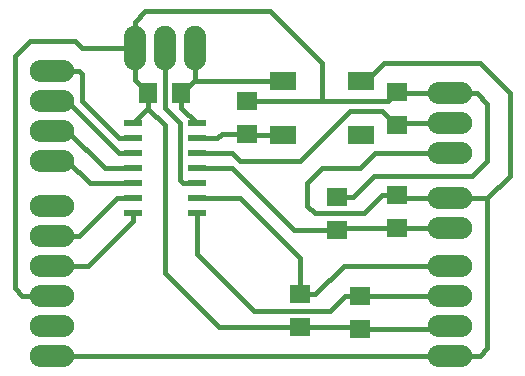
<source format=gbr>
G04 #@! TF.GenerationSoftware,KiCad,Pcbnew,(5.1.5-0-10_14)*
G04 #@! TF.CreationDate,2020-06-16T06:13:13+09:00*
G04 #@! TF.ProjectId,sensor&button,73656e73-6f72-4266-9275-74746f6e2e6b,rev?*
G04 #@! TF.SameCoordinates,Original*
G04 #@! TF.FileFunction,Copper,L1,Top*
G04 #@! TF.FilePolarity,Positive*
%FSLAX46Y46*%
G04 Gerber Fmt 4.6, Leading zero omitted, Abs format (unit mm)*
G04 Created by KiCad (PCBNEW (5.1.5-0-10_14)) date 2020-06-16 06:13:13*
%MOMM*%
%LPD*%
G04 APERTURE LIST*
%ADD10R,2.286000X1.524000*%
%ADD11R,1.798320X1.597660*%
%ADD12O,3.759200X1.879600*%
%ADD13R,1.597660X1.798320*%
%ADD14O,1.879600X3.759200*%
%ADD15R,1.500000X0.550000*%
%ADD16C,0.400000*%
G04 APERTURE END LIST*
D10*
X62738000Y-117729000D03*
X69342000Y-117729000D03*
X62738000Y-122301000D03*
X69342000Y-122301000D03*
D11*
X72390000Y-118615460D03*
X72390000Y-121414540D03*
D12*
X76835000Y-118745000D03*
X76835000Y-121285000D03*
X76835000Y-123825000D03*
D11*
X67310000Y-130304540D03*
X67310000Y-127505460D03*
X64135000Y-135760460D03*
X64135000Y-138559540D03*
D13*
X51305460Y-118745000D03*
X54104540Y-118745000D03*
D11*
X72390000Y-130175000D03*
X72390000Y-127375920D03*
D12*
X76835000Y-140970000D03*
X76835000Y-138430000D03*
X76835000Y-135890000D03*
X76835000Y-133350000D03*
X43180000Y-128270000D03*
X43180000Y-130810000D03*
X43180000Y-133350000D03*
X43180000Y-135890000D03*
X43180000Y-138430000D03*
X43180000Y-140970000D03*
X43180000Y-124460000D03*
X43180000Y-121920000D03*
X43180000Y-119380000D03*
X43180000Y-116840000D03*
D14*
X55245000Y-114935000D03*
X52705000Y-114935000D03*
X50165000Y-114935000D03*
D11*
X69215000Y-138689080D03*
X69215000Y-135890000D03*
X59690000Y-122179080D03*
X59690000Y-119380000D03*
D15*
X50005000Y-121285000D03*
X50005000Y-122555000D03*
X50005000Y-123825000D03*
X50005000Y-125095000D03*
X50005000Y-126365000D03*
X50005000Y-127635000D03*
X50005000Y-128905000D03*
X55405000Y-128905000D03*
X55405000Y-127635000D03*
X55405000Y-126365000D03*
X55405000Y-125095000D03*
X55405000Y-123825000D03*
X55405000Y-122555000D03*
X55405000Y-121285000D03*
D12*
X76835000Y-130175000D03*
X76835000Y-127635000D03*
D16*
X50165000Y-117604540D02*
X51305460Y-118745000D01*
X50165000Y-114935000D02*
X50165000Y-117604540D01*
X51305460Y-119984540D02*
X50005000Y-121285000D01*
X51305460Y-118745000D02*
X51305460Y-119984540D01*
X69085460Y-138559540D02*
X69215000Y-138689080D01*
X64135000Y-138559540D02*
X69085460Y-138559540D01*
X76575920Y-138689080D02*
X76835000Y-138430000D01*
X69215000Y-138689080D02*
X76575920Y-138689080D01*
X71625460Y-119380000D02*
X72390000Y-118615460D01*
X76835000Y-118745000D02*
X72519540Y-118745000D01*
X67310000Y-127505460D02*
X68609160Y-127505460D01*
X68609160Y-127505460D02*
X70384620Y-125730000D01*
X70384620Y-125730000D02*
X78740000Y-125730000D01*
X78740000Y-125730000D02*
X80010000Y-124460000D01*
X80010000Y-124460000D02*
X80010000Y-119640400D01*
X80010000Y-119640400D02*
X79114600Y-118745000D01*
X79114600Y-118745000D02*
X76835000Y-118745000D01*
X50165000Y-114935000D02*
X45720000Y-114935000D01*
X45720000Y-114935000D02*
X45085000Y-114300000D01*
X45085000Y-114300000D02*
X41275000Y-114300000D01*
X41275000Y-114300000D02*
X40005000Y-115570000D01*
X40005000Y-115570000D02*
X40005000Y-135255000D01*
X40640000Y-135890000D02*
X43180000Y-135890000D01*
X40005000Y-135255000D02*
X40640000Y-135890000D01*
X51305460Y-120044160D02*
X52705000Y-121443700D01*
X51305460Y-118745000D02*
X51305460Y-120044160D01*
X59819540Y-138559540D02*
X64135000Y-138559540D01*
X57279540Y-138559540D02*
X59819540Y-138559540D01*
X60989160Y-119380000D02*
X59690000Y-119380000D01*
X63500000Y-119380000D02*
X60989160Y-119380000D01*
X64072002Y-119380000D02*
X63500000Y-119380000D01*
X71625460Y-119380000D02*
X66040000Y-119380000D01*
X66040000Y-119380000D02*
X63500000Y-119380000D01*
X51060400Y-111760000D02*
X50165000Y-112655400D01*
X66040000Y-116205000D02*
X61595000Y-111760000D01*
X50165000Y-112655400D02*
X50165000Y-114935000D01*
X61595000Y-111760000D02*
X51060400Y-111760000D01*
X66040000Y-119380000D02*
X66040000Y-116205000D01*
X52705000Y-133985000D02*
X57279540Y-138559540D01*
X52705000Y-121443700D02*
X52705000Y-133985000D01*
X55245000Y-117604540D02*
X54104540Y-118745000D01*
X55245000Y-114935000D02*
X55245000Y-117604540D01*
X54104540Y-119984540D02*
X55405000Y-121285000D01*
X54104540Y-118745000D02*
X54104540Y-119984540D01*
X72649080Y-127635000D02*
X72390000Y-127375920D01*
X76835000Y-127635000D02*
X72649080Y-127635000D01*
X55626000Y-114554000D02*
X55245000Y-114935000D01*
X47999600Y-140970000D02*
X76835000Y-140970000D01*
X43180000Y-140970000D02*
X45459600Y-140970000D01*
X47999600Y-140970000D02*
X43180000Y-140970000D01*
X55369460Y-117729000D02*
X62738000Y-117729000D01*
X55245000Y-117604540D02*
X55369460Y-117729000D01*
X76835000Y-127635000D02*
X78740000Y-127635000D01*
X78740000Y-127635000D02*
X79114600Y-127635000D01*
X80010000Y-127635000D02*
X78740000Y-127635000D01*
X69342000Y-117729000D02*
X69723000Y-117729000D01*
X81915000Y-118745000D02*
X81915000Y-125730000D01*
X69723000Y-117729000D02*
X71247000Y-116205000D01*
X79375000Y-116205000D02*
X81915000Y-118745000D01*
X81915000Y-125730000D02*
X80010000Y-127635000D01*
X71247000Y-116205000D02*
X79375000Y-116205000D01*
X80010000Y-140335000D02*
X79375000Y-140970000D01*
X79375000Y-140970000D02*
X76835000Y-140970000D01*
X80010000Y-127635000D02*
X80010000Y-140335000D01*
X66040000Y-125095000D02*
X69215000Y-125095000D01*
X64770000Y-128270000D02*
X64770000Y-126365000D01*
X65405000Y-128905000D02*
X64770000Y-128270000D01*
X69562469Y-128904291D02*
X65405709Y-128904291D01*
X69215000Y-125095000D02*
X70485000Y-123825000D01*
X64770000Y-126365000D02*
X66040000Y-125095000D01*
X65405709Y-128904291D02*
X65405000Y-128905000D01*
X71158236Y-123825000D02*
X76835000Y-123825000D01*
X70485000Y-123825000D02*
X71158236Y-123825000D01*
X71090840Y-127375920D02*
X69562469Y-128904291D01*
X72390000Y-127375920D02*
X71090840Y-127375920D01*
X76835000Y-130175000D02*
X72390000Y-130175000D01*
X67439540Y-130175000D02*
X67310000Y-130304540D01*
X67310000Y-130304540D02*
X66010840Y-130304540D01*
X72390000Y-130175000D02*
X67439540Y-130175000D01*
X55405000Y-125095000D02*
X58420000Y-125095000D01*
X63629540Y-130304540D02*
X67310000Y-130304540D01*
X58420000Y-125095000D02*
X63629540Y-130304540D01*
X66675000Y-137160000D02*
X67945000Y-135890000D01*
X67945000Y-135890000D02*
X69215000Y-135890000D01*
X69215000Y-135890000D02*
X76835000Y-135890000D01*
X60216548Y-137160000D02*
X63500000Y-137160000D01*
X63500000Y-137160000D02*
X62756548Y-137160000D01*
X66675000Y-137160000D02*
X63500000Y-137160000D01*
X55405000Y-132348452D02*
X60216548Y-137160000D01*
X55405000Y-128905000D02*
X55405000Y-132348452D01*
X74555400Y-133350000D02*
X76835000Y-133350000D01*
X67844620Y-133350000D02*
X74555400Y-133350000D01*
X65434160Y-135760460D02*
X67844620Y-133350000D01*
X64135000Y-135760460D02*
X65434160Y-135760460D01*
X64135000Y-132675000D02*
X64135000Y-135760460D01*
X59095000Y-127635000D02*
X64135000Y-132675000D01*
X55405000Y-127635000D02*
X56555000Y-127635000D01*
X59095000Y-127635000D02*
X55405000Y-127635000D01*
X48855000Y-127635000D02*
X50005000Y-127635000D01*
X48634600Y-127635000D02*
X48855000Y-127635000D01*
X45459600Y-130810000D02*
X48634600Y-127635000D01*
X43180000Y-130810000D02*
X45459600Y-130810000D01*
X50005000Y-129580000D02*
X50005000Y-128905000D01*
X46235000Y-133350000D02*
X50005000Y-129580000D01*
X43180000Y-133350000D02*
X46235000Y-133350000D01*
X43180000Y-124460000D02*
X44450000Y-124460000D01*
X46355000Y-126365000D02*
X50005000Y-126365000D01*
X44450000Y-124460000D02*
X46355000Y-126365000D01*
X47625000Y-125095000D02*
X50005000Y-125095000D01*
X44450000Y-121920000D02*
X47625000Y-125095000D01*
X43180000Y-121920000D02*
X44450000Y-121920000D01*
X43180000Y-119380000D02*
X44450000Y-119380000D01*
X48855000Y-123825000D02*
X50005000Y-123825000D01*
X44450000Y-119420000D02*
X48855000Y-123825000D01*
X44450000Y-119380000D02*
X44450000Y-119420000D01*
X43180000Y-116840000D02*
X44450000Y-116840000D01*
X45459600Y-116840000D02*
X45720000Y-117100400D01*
X43180000Y-116840000D02*
X45459600Y-116840000D01*
X48855000Y-122555000D02*
X50005000Y-122555000D01*
X45720000Y-119420000D02*
X48855000Y-122555000D01*
X45720000Y-117100400D02*
X45720000Y-119420000D01*
X72519540Y-121285000D02*
X72390000Y-121414540D01*
X76835000Y-121285000D02*
X72519540Y-121285000D01*
X72289670Y-121414540D02*
X72390000Y-121414540D01*
X71090840Y-120215710D02*
X72289670Y-121414540D01*
X64135000Y-124460000D02*
X68379290Y-120215710D01*
X59055000Y-124460000D02*
X64135000Y-124460000D01*
X68379290Y-120215710D02*
X71090840Y-120215710D01*
X58420000Y-123825000D02*
X59055000Y-124460000D01*
X55405000Y-123825000D02*
X58420000Y-123825000D01*
X53975000Y-126085000D02*
X54255000Y-126365000D01*
X53975000Y-121285000D02*
X53975000Y-126085000D01*
X54255000Y-126365000D02*
X55405000Y-126365000D01*
X52705000Y-120015000D02*
X53975000Y-121285000D01*
X52705000Y-114935000D02*
X52705000Y-120015000D01*
X59176920Y-122301000D02*
X59055000Y-122179080D01*
X59811920Y-122301000D02*
X59690000Y-122179080D01*
X62738000Y-122301000D02*
X59811920Y-122301000D01*
X59690000Y-122179080D02*
X57525920Y-122179080D01*
X57525920Y-122179080D02*
X57150000Y-122555000D01*
X56515000Y-122555000D02*
X55405000Y-122555000D01*
X57150000Y-122555000D02*
X56515000Y-122555000D01*
M02*

</source>
